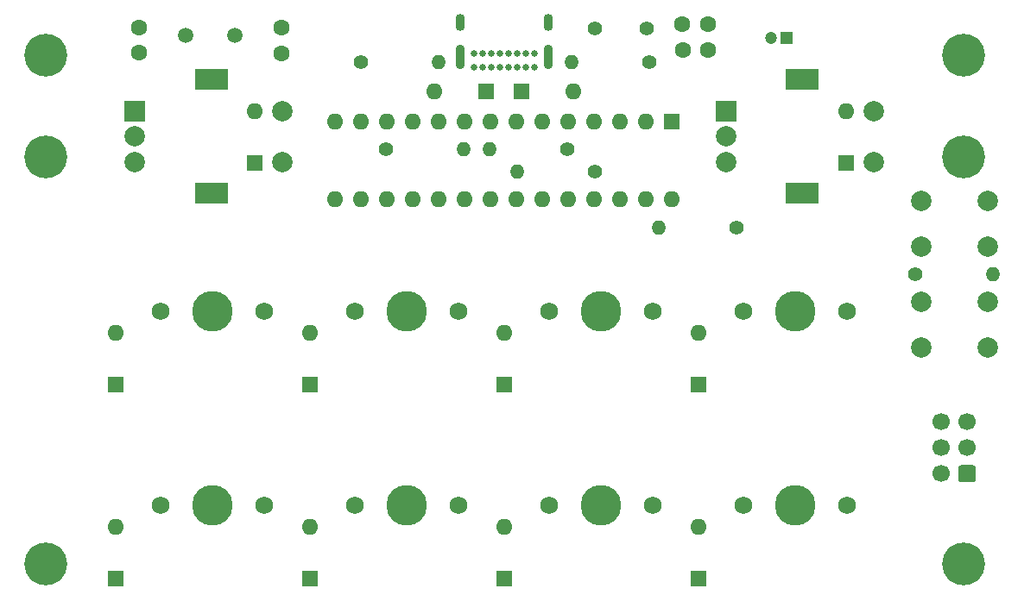
<source format=gts>
G04 #@! TF.GenerationSoftware,KiCad,Pcbnew,(5.1.9-0-10_14)*
G04 #@! TF.CreationDate,2021-01-08T08:42:04+00:00*
G04 #@! TF.ProjectId,Draytronics-Daisy-PCB V1,44726179-7472-46f6-9e69-63732d446169,rev?*
G04 #@! TF.SameCoordinates,Original*
G04 #@! TF.FileFunction,Soldermask,Top*
G04 #@! TF.FilePolarity,Negative*
%FSLAX46Y46*%
G04 Gerber Fmt 4.6, Leading zero omitted, Abs format (unit mm)*
G04 Created by KiCad (PCBNEW (5.1.9-0-10_14)) date 2021-01-08 08:42:04*
%MOMM*%
%LPD*%
G01*
G04 APERTURE LIST*
%ADD10C,1.700000*%
%ADD11C,2.000000*%
%ADD12C,4.200000*%
%ADD13O,1.400000X1.400000*%
%ADD14C,1.400000*%
%ADD15C,3.987800*%
%ADD16C,1.750000*%
%ADD17O,1.600000X1.600000*%
%ADD18R,1.600000X1.600000*%
%ADD19C,1.600000*%
%ADD20C,1.200000*%
%ADD21R,1.200000X1.200000*%
%ADD22C,1.500000*%
%ADD23R,2.000000X2.000000*%
%ADD24R,3.200000X2.000000*%
%ADD25O,0.900000X1.700000*%
%ADD26O,0.900000X2.400000*%
%ADD27C,0.650000*%
G04 APERTURE END LIST*
D10*
X111442500Y-64579500D03*
X111442500Y-67119500D03*
X111442500Y-69659500D03*
X113982500Y-64579500D03*
X113982500Y-67119500D03*
G36*
G01*
X114832500Y-69059500D02*
X114832500Y-70259500D01*
G75*
G02*
X114582500Y-70509500I-250000J0D01*
G01*
X113382500Y-70509500D01*
G75*
G02*
X113132500Y-70259500I0J250000D01*
G01*
X113132500Y-69059500D01*
G75*
G02*
X113382500Y-68809500I250000J0D01*
G01*
X114582500Y-68809500D01*
G75*
G02*
X114832500Y-69059500I0J-250000D01*
G01*
G37*
D11*
X115974000Y-42862500D03*
X115974000Y-47362500D03*
X109474000Y-42862500D03*
X109474000Y-47362500D03*
X115974000Y-52768500D03*
X115974000Y-57268500D03*
X109474000Y-52768500D03*
X109474000Y-57268500D03*
D12*
X113650000Y-38546000D03*
X23650000Y-38546000D03*
X23650000Y-78546000D03*
X113650000Y-78546000D03*
X113650000Y-28546000D03*
X23650000Y-28546000D03*
D13*
X116522500Y-50038000D03*
D14*
X108902500Y-50038000D03*
D15*
X59055000Y-72771000D03*
D16*
X53975000Y-72771000D03*
X64135000Y-72771000D03*
D13*
X83756500Y-45466000D03*
D14*
X91376500Y-45466000D03*
D17*
X87630000Y-74866500D03*
D18*
X87630000Y-79946500D03*
D17*
X68580000Y-74866500D03*
D18*
X68580000Y-79946500D03*
D17*
X49530000Y-74866500D03*
D18*
X49530000Y-79946500D03*
D17*
X30480000Y-74866500D03*
D18*
X30480000Y-79946500D03*
D17*
X87630000Y-55816500D03*
D18*
X87630000Y-60896500D03*
D17*
X68580000Y-55816500D03*
D18*
X68580000Y-60896500D03*
D17*
X49593500Y-55816500D03*
D18*
X49593500Y-60896500D03*
D17*
X30480000Y-55816500D03*
D18*
X30480000Y-60896500D03*
D17*
X102171500Y-34036000D03*
D18*
X102171500Y-39116000D03*
D17*
X44132500Y-34036000D03*
D18*
X44132500Y-39116000D03*
D13*
X64643000Y-37782500D03*
D14*
X57023000Y-37782500D03*
D13*
X69850000Y-40005000D03*
D14*
X77470000Y-40005000D03*
D13*
X67183000Y-37782500D03*
D14*
X74803000Y-37782500D03*
D13*
X75247500Y-29210000D03*
D14*
X82867500Y-29210000D03*
D13*
X62166500Y-29210000D03*
D14*
X54546500Y-29210000D03*
X77460000Y-25971500D03*
X82560000Y-25971500D03*
D17*
X75374500Y-32131000D03*
D18*
X70294500Y-32131000D03*
D17*
X61785500Y-32131000D03*
D18*
X66865500Y-32131000D03*
D19*
X86082500Y-25527000D03*
X88582500Y-25527000D03*
X88606000Y-28067000D03*
X86106000Y-28067000D03*
X32766000Y-28344500D03*
X32766000Y-25844500D03*
X46799500Y-25884500D03*
X46799500Y-28384500D03*
D20*
X94805500Y-26860500D03*
D21*
X96305500Y-26860500D03*
D22*
X37347500Y-26606500D03*
X42227500Y-26606500D03*
D17*
X85026500Y-42735500D03*
X52006500Y-35115500D03*
X82486500Y-42735500D03*
X54546500Y-35115500D03*
X79946500Y-42735500D03*
X57086500Y-35115500D03*
X77406500Y-42735500D03*
X59626500Y-35115500D03*
X74866500Y-42735500D03*
X62166500Y-35115500D03*
X72326500Y-42735500D03*
X64706500Y-35115500D03*
X69786500Y-42735500D03*
X67246500Y-35115500D03*
X67246500Y-42735500D03*
X69786500Y-35115500D03*
X64706500Y-42735500D03*
X72326500Y-35115500D03*
X62166500Y-42735500D03*
X74866500Y-35115500D03*
X59626500Y-42735500D03*
X77406500Y-35115500D03*
X57086500Y-42735500D03*
X79946500Y-35115500D03*
X54546500Y-42735500D03*
X82486500Y-35115500D03*
X52006500Y-42735500D03*
D18*
X85026500Y-35115500D03*
D15*
X97155000Y-53721000D03*
D16*
X92075000Y-53721000D03*
X102235000Y-53721000D03*
D15*
X40005000Y-53721000D03*
D16*
X34925000Y-53721000D03*
X45085000Y-53721000D03*
X64135000Y-53721000D03*
X53975000Y-53721000D03*
D15*
X59055000Y-53721000D03*
D16*
X83185000Y-53721000D03*
X73025000Y-53721000D03*
D15*
X78105000Y-53721000D03*
D16*
X45085000Y-72771000D03*
X34925000Y-72771000D03*
D15*
X40005000Y-72771000D03*
D16*
X83185000Y-72771000D03*
X73025000Y-72771000D03*
D15*
X78105000Y-72771000D03*
X97155000Y-72771000D03*
D16*
X92075000Y-72771000D03*
X102235000Y-72771000D03*
D23*
X32385000Y-34046000D03*
D11*
X32385000Y-36546000D03*
X32385000Y-39046000D03*
D24*
X39885000Y-30946000D03*
X39885000Y-42146000D03*
D11*
X46885000Y-34046000D03*
X46885000Y-39046000D03*
X104830000Y-39046000D03*
X104830000Y-34046000D03*
D24*
X97830000Y-42146000D03*
X97830000Y-30946000D03*
D11*
X90330000Y-39046000D03*
X90330000Y-36546000D03*
D23*
X90330000Y-34046000D03*
D25*
X72905000Y-25362000D03*
X64255000Y-25362000D03*
D26*
X72905000Y-28742000D03*
X64255000Y-28742000D03*
D27*
X71560000Y-28397000D03*
X70710000Y-28397000D03*
X69860000Y-28397000D03*
X69010000Y-28397000D03*
X68160000Y-28397000D03*
X67310000Y-28397000D03*
X66460000Y-28397000D03*
X65605000Y-28397000D03*
X71555000Y-29722000D03*
X70705000Y-29722000D03*
X69855000Y-29722000D03*
X69005000Y-29722000D03*
X68155000Y-29722000D03*
X66455000Y-29722000D03*
X65605000Y-29722000D03*
X67305000Y-29722000D03*
M02*

</source>
